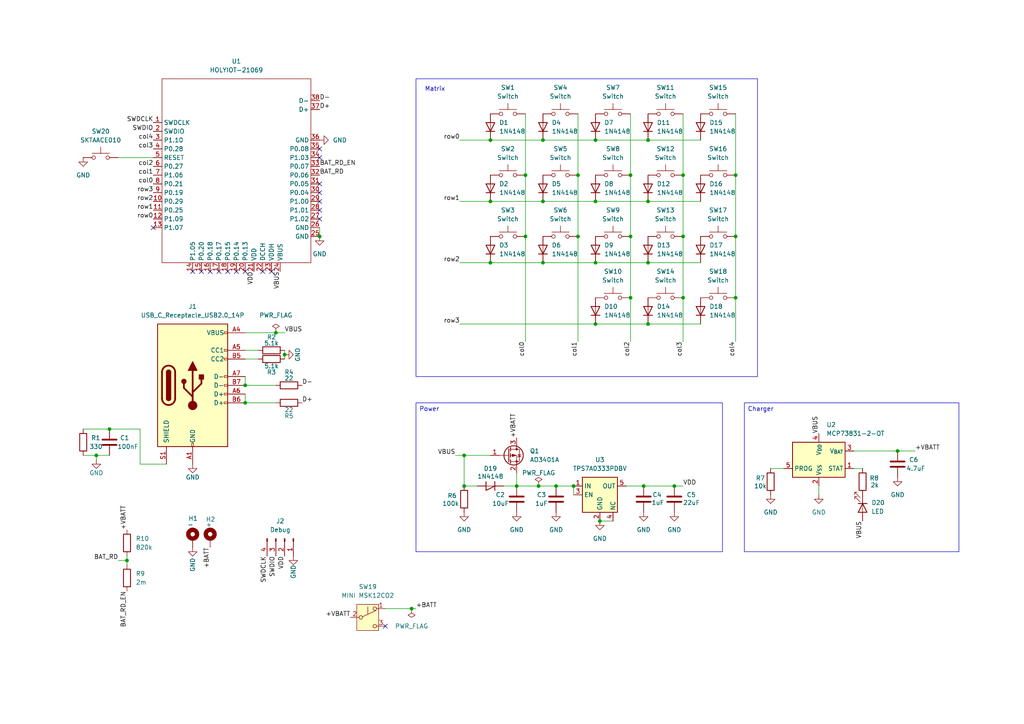
<source format=kicad_sch>
(kicad_sch (version 20231120) (generator "eeschema") (generator_version "8.0")
  (paper "A4")
  (lib_symbols
    (symbol "Battery_Management:MCP73831-2-OT"
      (property "Reference" "U" (at -7.62 6.35 0))
      (property "Value" "MCP73831-2-OT" (at 1.27 6.35 0))
      (symbol "MCP73831-2-OT_0_1"
        (rectangle (start -7.62 5.08) (end 7.62 -5.08) (stroke (width 0.254)) (fill (type background)))
      )
      (symbol "MCP73831-2-OT_1_1"
        (pin tri_state line (at 10.16 -2.54 180) (length 2.54) (name "STAT") (number "1"))
        (pin power_in line (at 0 -7.62 90) (length 2.54) (name "V_{SS}") (number "2"))
        (pin power_out line (at 10.16 2.54 180) (length 2.54) (name "V_{BAT}") (number "3"))
        (pin power_in line (at 0 7.62 270) (length 2.54) (name "V_{DD}") (number "4"))
        (pin input line (at -10.16 -2.54 0) (length 2.54) (name "PROG") (number "5"))
      )
    )
    (symbol "Connector:Conn_01x04_Pin" (pin_names (offset 1.016) hide)
      (property "Reference" "J" (at 0 5.08 0))
      (property "Value" "Conn_01x04_Pin" (at 0 -7.62 0))
      (symbol "Conn_01x04_Pin_1_1"
        (polyline (pts (xy 1.27 -5.08) (xy 0.8636 -5.08)) (stroke (width 0.1524)))
        (polyline (pts (xy 1.27 -2.54) (xy 0.8636 -2.54)) (stroke (width 0.1524)))
        (polyline (pts (xy 1.27 0) (xy 0.8636 0)) (stroke (width 0.1524)))
        (polyline (pts (xy 1.27 2.54) (xy 0.8636 2.54)) (stroke (width 0.1524)))
        (rectangle (start 0.8636 -4.953) (end 0 -5.207) (stroke (width 0.1524)) (fill (type outline)))
        (rectangle (start 0.8636 -2.413) (end 0 -2.667) (stroke (width 0.1524)) (fill (type outline)))
        (rectangle (start 0.8636 0.127) (end 0 -0.127) (stroke (width 0.1524)) (fill (type outline)))
        (rectangle (start 0.8636 2.667) (end 0 2.413) (stroke (width 0.1524)) (fill (type outline)))
        (pin passive line (at 5.08 2.54 180) (length 3.81) (name "Pin_1") (number "1"))
        (pin passive line (at 5.08 0 180) (length 3.81) (name "Pin_2") (number "2"))
        (pin passive line (at 5.08 -2.54 180) (length 3.81) (name "Pin_3") (number "3"))
        (pin passive line (at 5.08 -5.08 180) (length 3.81) (name "Pin_4") (number "4"))
      )
    )
    (symbol "Connector:USB_C_Receptacle_USB2.0_14P" (pin_names (offset 1.016))
      (property "Reference" "J" (at 0 22.225 0))
      (property "Value" "USB_C_Receptacle_USB2.0_14P" (at 0 19.685 0))
      (symbol "USB_C_Receptacle_USB2.0_14P_0_0"
        (rectangle (start -0.254 -17.78) (end 0.254 -16.764))
        (rectangle (start 10.16 -4.826) (end 9.144 -5.334))
        (rectangle (start 10.16 -2.286) (end 9.144 -2.794))
        (rectangle (start 10.16 0.254) (end 9.144 -0.254))
        (rectangle (start 10.16 2.794) (end 9.144 2.286))
        (rectangle (start 10.16 7.874) (end 9.144 7.366))
        (rectangle (start 10.16 10.414) (end 9.144 9.906))
        (rectangle (start 10.16 15.494) (end 9.144 14.986))
      )
      (symbol "USB_C_Receptacle_USB2.0_14P_0_1"
        (rectangle (start -10.16 17.78) (end 10.16 -17.78) (stroke (width 0.254)) (fill (type background)))
        (arc (start -8.89 -3.81) (mid -6.985 -5.7067) (end -5.08 -3.81) (stroke (width 0.508)))
        (arc (start -7.62 -3.81) (mid -6.985 -4.4423) (end -6.35 -3.81) (stroke (width 0.254)))
        (arc (start -7.62 -3.81) (mid -6.985 -4.4423) (end -6.35 -3.81) (stroke (width 0.254)) (fill (type outline)))
        (rectangle (start -7.62 -3.81) (end -6.35 3.81) (stroke (width 0.254)) (fill (type outline)))
        (arc (start -6.35 3.81) (mid -6.985 4.4423) (end -7.62 3.81) (stroke (width 0.254)))
        (arc (start -6.35 3.81) (mid -6.985 4.4423) (end -7.62 3.81) (stroke (width 0.254)) (fill (type outline)))
        (arc (start -5.08 3.81) (mid -6.985 5.7067) (end -8.89 3.81) (stroke (width 0.508)))
        (circle (center -2.54 1.143) (radius 0.635) (stroke (width 0.254)) (fill (type outline)))
        (circle (center 0 -5.842) (radius 1.27) (fill (type outline)))
        (polyline (pts (xy -8.89 -3.81) (xy -8.89 3.81)) (stroke (width 0.508)))
        (polyline (pts (xy -5.08 3.81) (xy -5.08 -3.81)) (stroke (width 0.508)))
        (polyline (pts (xy 0 -5.842) (xy 0 4.318)) (stroke (width 0.508)))
        (polyline (pts (xy 0 -3.302) (xy -2.54 -0.762) (xy -2.54 0.508)) (stroke (width 0.508)))
        (polyline (pts (xy 0 -2.032) (xy 2.54 0.508) (xy 2.54 1.778)) (stroke (width 0.508)))
        (polyline (pts (xy -1.27 4.318) (xy 0 6.858) (xy 1.27 4.318) (xy -1.27 4.318)) (stroke (width 0.254)) (fill (type outline)))
        (rectangle (start 1.905 1.778) (end 3.175 3.048) (stroke (width 0.254)) (fill (type outline)))
      )
      (symbol "USB_C_Receptacle_USB2.0_14P_1_1"
        (pin passive line (at 0 -22.86 90) (length 5.08) (name "GND") (number "A1"))
        (pin passive line (at 0 -22.86 90) (length 5.08) hide (name "GND") (number "A12"))
        (pin passive line (at 15.24 15.24 180) (length 5.08) (name "VBUS") (number "A4"))
        (pin bidirectional line (at 15.24 10.16 180) (length 5.08) (name "CC1") (number "A5"))
        (pin bidirectional line (at 15.24 -2.54 180) (length 5.08) (name "D+") (number "A6"))
        (pin bidirectional line (at 15.24 2.54 180) (length 5.08) (name "D-") (number "A7"))
        (pin passive line (at 15.24 15.24 180) (length 5.08) hide (name "VBUS") (number "A9"))
        (pin passive line (at 0 -22.86 90) (length 5.08) hide (name "GND") (number "B1"))
        (pin passive line (at 0 -22.86 90) (length 5.08) hide (name "GND") (number "B12"))
        (pin passive line (at 15.24 15.24 180) (length 5.08) hide (name "VBUS") (number "B4"))
        (pin bidirectional line (at 15.24 7.62 180) (length 5.08) (name "CC2") (number "B5"))
        (pin bidirectional line (at 15.24 -5.08 180) (length 5.08) (name "D+") (number "B6"))
        (pin bidirectional line (at 15.24 0 180) (length 5.08) (name "D-") (number "B7"))
        (pin passive line (at 15.24 15.24 180) (length 5.08) hide (name "VBUS") (number "B9"))
        (pin passive line (at -7.62 -22.86 90) (length 5.08) (name "SHIELD") (number "S1"))
      )
    )
    (symbol "Device:C" (pin_numbers hide) (pin_names (offset 0.254))
      (property "Reference" "C" (at 0.635 2.54 0))
      (property "Value" "C" (at 0.635 -2.54 0))
      (symbol "C_0_1"
        (polyline (pts (xy -2.032 -0.762) (xy 2.032 -0.762)) (stroke (width 0.508)))
        (polyline (pts (xy -2.032 0.762) (xy 2.032 0.762)) (stroke (width 0.508)))
      )
      (symbol "C_1_1"
        (pin passive line (at 0 3.81 270) (length 2.794) (name "~") (number "1"))
        (pin passive line (at 0 -3.81 90) (length 2.794) (name "~") (number "2"))
      )
    )
    (symbol "Device:D" (pin_numbers hide) (pin_names (offset 1.016) hide)
      (property "Reference" "D" (at 0 2.54 0))
      (property "Value" "D" (at 0 -2.54 0))
      (symbol "D_0_1"
        (polyline (pts (xy -1.27 1.27) (xy -1.27 -1.27)) (stroke (width 0.254)))
        (polyline (pts (xy 1.27 0) (xy -1.27 0)))
        (polyline (pts (xy 1.27 1.27) (xy 1.27 -1.27) (xy -1.27 0) (xy 1.27 1.27)) (stroke (width 0.254)))
      )
      (symbol "D_1_1"
        (pin passive line (at -3.81 0 0) (length 2.54) (name "K") (number "1"))
        (pin passive line (at 3.81 0 180) (length 2.54) (name "A") (number "2"))
      )
    )
    (symbol "Device:D_Shockley" (pin_numbers hide) (pin_names (offset 1.016) hide)
      (property "Reference" "D" (at 0 2.54 0))
      (property "Value" "D_Shockley" (at 0 -2.54 0))
      (symbol "D_Shockley_0_1"
        (polyline (pts (xy -1.27 0) (xy 1.27 0)))
        (polyline (pts (xy -1.27 1.27) (xy -1.27 -1.27)) (stroke (width 0.254)))
        (polyline (pts (xy -1.27 0) (xy 1.27 1.27) (xy 1.27 -1.27)) (stroke (width 0.254)))
      )
      (symbol "D_Shockley_1_1"
        (pin passive line (at -3.81 0 0) (length 2.54) (name "K") (number "1"))
        (pin passive line (at 3.81 0 180) (length 2.54) (name "A") (number "2"))
      )
    )
    (symbol "Device:LED" (pin_numbers hide) (pin_names (offset 1.016) hide)
      (property "Reference" "D" (at 0 2.54 0))
      (property "Value" "LED" (at 0 -2.54 0))
      (symbol "LED_0_1"
        (polyline (pts (xy -1.27 -1.27) (xy -1.27 1.27)) (stroke (width 0.254)))
        (polyline (pts (xy -1.27 0) (xy 1.27 0)))
        (polyline (pts (xy 1.27 -1.27) (xy 1.27 1.27) (xy -1.27 0) (xy 1.27 -1.27)) (stroke (width 0.254)))
        (polyline (pts (xy -3.048 -0.762) (xy -4.572 -2.286) (xy -3.81 -2.286) (xy -4.572 -2.286) (xy -4.572 -1.524)))
        (polyline (pts (xy -1.778 -0.762) (xy -3.302 -2.286) (xy -2.54 -2.286) (xy -3.302 -2.286) (xy -3.302 -1.524)))
      )
      (symbol "LED_1_1"
        (pin passive line (at -3.81 0 0) (length 2.54) (name "K") (number "1"))
        (pin passive line (at 3.81 0 180) (length 2.54) (name "A") (number "2"))
      )
    )
    (symbol "Device:R" (pin_numbers hide) (pin_names (offset 0))
      (property "Reference" "R" (at 2.032 0 90))
      (property "Value" "R" (at 0 0 90))
      (symbol "R_0_1"
        (rectangle (start -1.016 -2.54) (end 1.016 2.54) (stroke (width 0.254)))
      )
      (symbol "R_1_1"
        (pin passive line (at 0 3.81 270) (length 1.27) (name "~") (number "1"))
        (pin passive line (at 0 -3.81 90) (length 1.27) (name "~") (number "2"))
      )
    )
    (symbol "Holyiot-21069-nRF5340:HOLYIOT-21069"
      (property "Reference" "U1" (at 0 24.13 0))
      (property "Value" "HOLYIOT-21069" (at 0 20.955 0))
      (symbol "HOLYIOT-21069_0_1"
        (rectangle (start -21.59 26.67) (end 21.59 -26.67))
      )
      (symbol "HOLYIOT-21069_1_1"
        (pin input line (at -24.13 13.97 0) (length 2.54) (name "SWDCLK") (number "1"))
        (pin input line (at -24.13 -8.89 0) (length 2.54) (name "P0.29") (number "10"))
        (pin input line (at -24.13 -11.43 0) (length 2.54) (name "P0.25") (number "11"))
        (pin input line (at -24.13 -13.97 0) (length 2.54) (name "P1.09") (number "12"))
        (pin input line (at -24.13 -16.51 0) (length 2.54) (name "P1.07") (number "13"))
        (pin input line (at -12.7 -29.21 90) (length 2.54) (name "P1.05") (number "14"))
        (pin input line (at -10.16 -29.21 90) (length 2.54) (name "P0.20") (number "15"))
        (pin input line (at -7.62 -29.21 90) (length 2.54) (name "P0.18") (number "16"))
        (pin input line (at -5.08 -29.21 90) (length 2.54) (name "P0.17") (number "17"))
        (pin input line (at -2.54 -29.21 90) (length 2.54) (name "P0.15") (number "18"))
        (pin input line (at 0 -29.21 90) (length 2.54) (name "P0.14") (number "19"))
        (pin input line (at -24.13 11.43 0) (length 2.54) (name "SWDIO") (number "2"))
        (pin input line (at 2.54 -29.21 90) (length 2.54) (name "P0.13") (number "20"))
        (pin power_in line (at 5.08 -29.21 90) (length 2.54) (name "VDD") (number "21"))
        (pin power_in line (at 7.62 -29.21 90) (length 2.54) (name "DCCH") (number "22"))
        (pin power_in line (at 10.16 -29.21 90) (length 2.54) (name "VDDH") (number "23"))
        (pin power_in line (at 12.7 -29.21 90) (length 2.54) (name "VBUS") (number "24"))
        (pin power_in line (at 24.13 -19.05 180) (length 2.54) (name "GND") (number "25"))
        (pin power_in line (at 24.13 -16.51 180) (length 2.54) (name "GND") (number "26"))
        (pin input line (at 24.13 -13.97 180) (length 2.54) (name "P1.02") (number "27"))
        (pin input line (at 24.13 -11.43 180) (length 2.54) (name "P1.01") (number "28"))
        (pin input line (at 24.13 -8.89 180) (length 2.54) (name "P1.00") (number "29"))
        (pin input line (at -24.13 8.89 0) (length 2.54) (name "P1.10") (number "3"))
        (pin input line (at 24.13 -6.35 180) (length 2.54) (name "P0.04") (number "30"))
        (pin input line (at 24.13 -3.81 180) (length 2.54) (name "P0.05") (number "31"))
        (pin input line (at 24.13 -1.27 180) (length 2.54) (name "P0.06") (number "32"))
        (pin input line (at 24.13 1.27 180) (length 2.54) (name "P0.07") (number "33"))
        (pin input line (at 24.13 3.81 180) (length 2.54) (name "P1.03") (number "34"))
        (pin input line (at 24.13 6.35 180) (length 2.54) (name "P0.08") (number "35"))
        (pin power_in line (at 24.13 8.89 180) (length 2.54) (name "GND") (number "36"))
        (pin input line (at 24.13 17.78 180) (length 2.54) (name "D+") (number "37"))
        (pin input line (at 24.13 20.32 180) (length 2.54) (name "D-") (number "38"))
        (pin input line (at -24.13 6.35 0) (length 2.54) (name "P0.28") (number "4"))
        (pin input line (at -24.13 3.81 0) (length 2.54) (name "RESET") (number "5"))
        (pin input line (at -24.13 1.27 0) (length 2.54) (name "P0.27") (number "6"))
        (pin input line (at -24.13 -1.27 0) (length 2.54) (name "P1.06") (number "7"))
        (pin input line (at -24.13 -3.81 0) (length 2.54) (name "P0.21") (number "8"))
        (pin input line (at -24.13 -6.35 0) (length 2.54) (name "P0.19") (number "9"))
      )
    )
    (symbol "Mechanical:MountingHole_Pad" (pin_numbers hide) (pin_names (offset 1.016) hide)
      (property "Reference" "H" (at 0 6.35 0))
      (property "Value" "MountingHole_Pad" (at 0 4.445 0))
      (symbol "MountingHole_Pad_0_1"
        (circle (center 0 1.27) (radius 1.27) (stroke (width 1.27)))
      )
      (symbol "MountingHole_Pad_1_1"
        (pin input line (at 0 -2.54 90) (length 2.54) (name "1") (number "1"))
      )
    )
    (symbol "Misc:TPS7A0333PDBV"
      (property "Reference" "U" (at -3.81 6.35 0))
      (property "Value" "TPS7A0333PDBV" (at 6.35 6.35 0))
      (symbol "TPS7A0333PDBV_0_1"
        (rectangle (start -5.08 -5.08) (end 5.08 5.08) (stroke (width 0.254)) (fill (type background)))
        (pin power_in line (at -7.62 2.54 0) (length 2.54) (name "IN") (number "1"))
        (pin power_in line (at 0 -7.62 90) (length 2.54) (name "GND") (number "2"))
        (pin input line (at -7.62 0 0) (length 2.54) (name "EN") (number "3"))
        (pin power_out line (at 7.62 2.54 180) (length 2.54) (name "OUT") (number "5"))
      )
      (symbol "TPS7A0333PDBV_1_1"
        (pin power_in line (at 3.81 -7.62 90) (length 2.54) (name "NC") (number "4"))
      )
    )
    (symbol "Switch:SW_Push" (pin_numbers hide) (pin_names (offset 1.016) hide)
      (property "Reference" "SW" (at 1.27 2.54 0))
      (property "Value" "SW_Push" (at 0 -1.524 0))
      (symbol "SW_Push_0_1"
        (circle (center -2.032 0) (radius 0.508))
        (polyline (pts (xy 0 1.27) (xy 0 3.048)))
        (polyline (pts (xy 2.54 1.27) (xy -2.54 1.27)))
        (circle (center 2.032 0) (radius 0.508))
        (pin passive line (at -5.08 0 0) (length 2.54) (name "1") (number "1"))
        (pin passive line (at 5.08 0 180) (length 2.54) (name "2") (number "2"))
      )
    )
    (symbol "Switch:SW_Push_SPDT" (pin_names (offset 0) hide)
      (property "Reference" "SW" (at 0 5.08 0))
      (property "Value" "SW_Push_SPDT" (at 0 -5.08 0))
      (symbol "SW_Push_SPDT_0_0"
        (circle (center -2.032 0) (radius 0.508))
        (polyline (pts (xy 0 1.016) (xy 0 3.048)))
        (circle (center 2.032 -2.54) (radius 0.508))
      )
      (symbol "SW_Push_SPDT_0_1"
        (polyline (pts (xy -1.524 0.2032) (xy 2.3368 1.9812)))
        (circle (center 2.032 2.54) (radius 0.508))
      )
      (symbol "SW_Push_SPDT_1_1"
        (rectangle (start -3.175 3.81) (end 3.175 -3.81) (fill (type background)))
        (pin passive line (at 5.08 2.54 180) (length 2.54) (name "A") (number "1"))
        (pin passive line (at -5.08 0 0) (length 2.54) (name "B") (number "2"))
        (pin passive line (at 5.08 -2.54 180) (length 2.54) (name "C") (number "3"))
      )
    )
    (symbol "Transistor_FET:AO3401A" (pin_names hide)
      (property "Reference" "Q" (at 5.08 1.905 0))
      (property "Value" "AO3401A" (at 5.08 0 0))
      (symbol "AO3401A_0_1"
        (polyline (pts (xy 0.254 0) (xy -2.54 0)))
        (polyline (pts (xy 0.254 1.905) (xy 0.254 -1.905)) (stroke (width 0.254)))
        (polyline (pts (xy 0.762 -1.27) (xy 0.762 -2.286)) (stroke (width 0.254)))
        (polyline (pts (xy 0.762 0.508) (xy 0.762 -0.508)) (stroke (width 0.254)))
        (polyline (pts (xy 0.762 2.286) (xy 0.762 1.27)) (stroke (width 0.254)))
        (polyline (pts (xy 2.54 2.54) (xy 2.54 1.778)))
        (polyline (pts (xy 2.54 -2.54) (xy 2.54 0) (xy 0.762 0)))
        (polyline (pts (xy 0.762 1.778) (xy 3.302 1.778) (xy 3.302 -1.778) (xy 0.762 -1.778)))
        (polyline (pts (xy 2.286 0) (xy 1.27 0.381) (xy 1.27 -0.381) (xy 2.286 0)) (fill (type outline)))
        (polyline (pts (xy 2.794 -0.508) (xy 2.921 -0.381) (xy 3.683 -0.381) (xy 3.81 -0.254)))
        (polyline (pts (xy 3.302 -0.381) (xy 2.921 0.254) (xy 3.683 0.254) (xy 3.302 -0.381)))
        (circle (center 1.651 0) (radius 2.794) (stroke (width 0.254)))
        (circle (center 2.54 -1.778) (radius 0.254) (fill (type outline)))
        (circle (center 2.54 1.778) (radius 0.254) (fill (type outline)))
      )
      (symbol "AO3401A_1_1"
        (pin input line (at -5.08 0 0) (length 2.54) (name "G") (number "1"))
        (pin passive line (at 2.54 -5.08 90) (length 2.54) (name "S") (number "2"))
        (pin passive line (at 2.54 5.08 270) (length 2.54) (name "D") (number "3"))
      )
    )
    (symbol "power:GND" (power) (pin_numbers hide) (pin_names (offset 0) hide)
      (property "Value" "GND" (at 0 -3.81 0))
      (symbol "GND_0_1"
        (polyline (pts (xy 0 0) (xy 0 -1.27) (xy 1.27 -1.27) (xy 0 -2.54) (xy -1.27 -1.27) (xy 0 -1.27)))
      )
      (symbol "GND_1_1"
        (pin power_in line (at 0 0 270) (length 0) (name "~") (number "1"))
      )
    )
    (symbol "power:PWR_FLAG" (power) (pin_numbers hide) (pin_names (offset 0) hide)
      (property "Value" "PWR_FLAG" (at 0 3.81 0))
      (symbol "PWR_FLAG_0_0"
        (pin power_out line (at 0 0 90) (length 0) (name "~") (number "1"))
      )
      (symbol "PWR_FLAG_0_1"
        (polyline (pts (xy 0 0) (xy 0 1.27) (xy -1.016 1.905) (xy 0 2.54) (xy 1.016 1.905) (xy 0 1.27)))
      )
    )
  )
  (junction (at 92.71 68.58))
  (junction (at 161.29 140.97))
  (junction (at 142.24 58.42))
  (junction (at 182.88 68.58))
  (junction (at 27.94 132.08))
  (junction (at 187.96 93.98))
  (junction (at 198.12 86.36))
  (junction (at 172.72 76.2))
  (junction (at 71.12 116.84))
  (junction (at 195.58 140.97))
  (junction (at 167.64 50.8))
  (junction (at 157.48 76.2))
  (junction (at 152.4 50.8))
  (junction (at 172.72 58.42))
  (junction (at 213.36 50.8))
  (junction (at 80.01 96.52))
  (junction (at 186.69 140.97))
  (junction (at 182.88 50.8))
  (junction (at 172.72 93.98))
  (junction (at 134.62 132.08))
  (junction (at 187.96 58.42))
  (junction (at 156.21 140.97))
  (junction (at 172.72 40.64))
  (junction (at 134.62 140.97))
  (junction (at 166.37 140.97))
  (junction (at 152.4 68.58))
  (junction (at 142.24 76.2))
  (junction (at 187.96 76.2))
  (junction (at 198.12 68.58))
  (junction (at 82.55 102.87))
  (junction (at 173.99 151.13))
  (junction (at 149.86 140.97))
  (junction (at 71.12 111.76))
  (junction (at 198.12 50.8))
  (junction (at 182.88 86.36))
  (junction (at 157.48 58.42))
  (junction (at 157.48 40.64))
  (junction (at 187.96 40.64))
  (junction (at 260.35 130.81))
  (junction (at 119.38 176.53))
  (junction (at 31.75 124.46))
  (junction (at 213.36 68.58))
  (junction (at 142.24 40.64))
  (junction (at 213.36 86.36))
  (junction (at 36.83 162.56))
  (junction (at 167.64 68.58))
  (no_connect (at 58.42 78.74))
  (no_connect (at 44.45 66.04))
  (no_connect (at 92.71 63.5))
  (no_connect (at 111.76 181.61))
  (no_connect (at 78.74 78.74))
  (no_connect (at 92.71 60.96))
  (no_connect (at 92.71 58.42))
  (no_connect (at 68.58 78.74))
  (no_connect (at 92.71 43.18))
  (no_connect (at 92.71 53.34))
  (no_connect (at 60.96 78.74))
  (no_connect (at 71.12 78.74))
  (no_connect (at 63.5 78.74))
  (no_connect (at 92.71 45.72))
  (no_connect (at 76.2 78.74))
  (no_connect (at 92.71 55.88))
  (no_connect (at 66.04 78.74))
  (no_connect (at 55.88 78.74))
  (wire (pts (xy 213.36 50.8) (xy 213.36 68.58)))
  (wire (pts (xy 260.35 130.81) (xy 265.43 130.81)))
  (wire (pts (xy 27.94 132.08) (xy 27.94 133.35)))
  (wire (pts (xy 167.64 33.02) (xy 167.64 50.8)))
  (wire (pts (xy 182.88 50.8) (xy 182.88 68.58)))
  (wire (pts (xy 172.72 76.2) (xy 187.96 76.2)))
  (wire (pts (xy 82.55 102.87) (xy 82.55 104.14)))
  (wire (pts (xy 166.37 140.97) (xy 166.37 143.51)))
  (wire (pts (xy 213.36 33.02) (xy 213.36 50.8)))
  (wire (pts (xy 132.08 132.08) (xy 134.62 132.08)))
  (wire (pts (xy 133.35 76.2) (xy 142.24 76.2)))
  (wire (pts (xy 142.24 58.42) (xy 157.48 58.42)))
  (wire (pts (xy 133.35 58.42) (xy 142.24 58.42)))
  (wire (pts (xy 134.62 132.08) (xy 142.24 132.08)))
  (wire (pts (xy 157.48 76.2) (xy 172.72 76.2)))
  (wire (pts (xy 24.13 124.46) (xy 31.75 124.46)))
  (wire (pts (xy 172.72 58.42) (xy 187.96 58.42)))
  (wire (pts (xy 186.69 140.97) (xy 195.58 140.97)))
  (wire (pts (xy 71.12 101.6) (xy 74.93 101.6)))
  (wire (pts (xy 182.88 33.02) (xy 182.88 50.8)))
  (wire (pts (xy 195.58 140.97) (xy 198.12 140.97)))
  (wire (pts (xy 237.49 140.97) (xy 237.49 143.51)))
  (wire (pts (xy 152.4 50.8) (xy 152.4 68.58)))
  (wire (pts (xy 111.76 176.53) (xy 119.38 176.53)))
  (wire (pts (xy 187.96 40.64) (xy 203.2 40.64)))
  (wire (pts (xy 36.83 162.56) (xy 36.83 163.83)))
  (wire (pts (xy 167.64 68.58) (xy 167.64 99.06)))
  (wire (pts (xy 36.83 161.29) (xy 36.83 162.56)))
  (wire (pts (xy 24.13 132.08) (xy 27.94 132.08)))
  (wire (pts (xy 187.96 93.98) (xy 172.72 93.98)))
  (wire (pts (xy 213.36 86.36) (xy 213.36 99.06)))
  (wire (pts (xy 157.48 40.64) (xy 172.72 40.64)))
  (wire (pts (xy 187.96 58.42) (xy 203.2 58.42)))
  (wire (pts (xy 187.96 76.2) (xy 203.2 76.2)))
  (wire (pts (xy 34.29 162.56) (xy 36.83 162.56)))
  (wire (pts (xy 187.96 93.98) (xy 203.2 93.98)))
  (wire (pts (xy 71.12 96.52) (xy 80.01 96.52)))
  (wire (pts (xy 157.48 58.42) (xy 172.72 58.42)))
  (wire (pts (xy 71.12 116.84) (xy 80.01 116.84)))
  (wire (pts (xy 149.86 140.97) (xy 156.21 140.97)))
  (wire (pts (xy 161.29 140.97) (xy 166.37 140.97)))
  (wire (pts (xy 142.24 76.2) (xy 157.48 76.2)))
  (wire (pts (xy 71.12 111.76) (xy 80.01 111.76)))
  (wire (pts (xy 247.65 130.81) (xy 260.35 130.81)))
  (wire (pts (xy 152.4 33.02) (xy 152.4 50.8)))
  (wire (pts (xy 167.64 50.8) (xy 167.64 68.58)))
  (wire (pts (xy 146.05 140.97) (xy 149.86 140.97)))
  (wire (pts (xy 198.12 50.8) (xy 198.12 68.58)))
  (wire (pts (xy 71.12 114.3) (xy 71.12 116.84)))
  (wire (pts (xy 40.64 124.46) (xy 40.64 134.62)))
  (wire (pts (xy 34.29 45.72) (xy 44.45 45.72)))
  (wire (pts (xy 181.61 140.97) (xy 186.69 140.97)))
  (wire (pts (xy 40.64 134.62) (xy 48.26 134.62)))
  (wire (pts (xy 134.62 132.08) (xy 134.62 140.97)))
  (wire (pts (xy 173.99 151.13) (xy 177.8 151.13)))
  (wire (pts (xy 92.71 66.04) (xy 92.71 68.58)))
  (wire (pts (xy 182.88 86.36) (xy 182.88 99.06)))
  (wire (pts (xy 198.12 86.36) (xy 198.12 99.06)))
  (wire (pts (xy 247.65 135.89) (xy 250.19 135.89)))
  (wire (pts (xy 172.72 93.98) (xy 133.35 93.98)))
  (wire (pts (xy 134.62 140.97) (xy 138.43 140.97)))
  (wire (pts (xy 31.75 124.46) (xy 40.64 124.46)))
  (wire (pts (xy 133.35 40.64) (xy 142.24 40.64)))
  (wire (pts (xy 172.72 40.64) (xy 187.96 40.64)))
  (wire (pts (xy 213.36 68.58) (xy 213.36 86.36)))
  (wire (pts (xy 156.21 140.97) (xy 161.29 140.97)))
  (wire (pts (xy 27.94 132.08) (xy 31.75 132.08)))
  (wire (pts (xy 71.12 104.14) (xy 74.93 104.14)))
  (wire (pts (xy 198.12 33.02) (xy 198.12 50.8)))
  (wire (pts (xy 82.55 101.6) (xy 82.55 102.87)))
  (wire (pts (xy 182.88 68.58) (xy 182.88 86.36)))
  (wire (pts (xy 71.12 109.22) (xy 71.12 111.76)))
  (wire (pts (xy 223.52 135.89) (xy 227.33 135.89)))
  (wire (pts (xy 152.4 68.58) (xy 152.4 99.06)))
  (wire (pts (xy 149.86 137.16) (xy 149.86 140.97)))
  (wire (pts (xy 80.01 96.52) (xy 82.55 96.52)))
  (wire (pts (xy 142.24 40.64) (xy 157.48 40.64)))
  (wire (pts (xy 119.38 176.53) (xy 120.65 176.53)))
  (wire (pts (xy 198.12 68.58) (xy 198.12 86.36)))
  (rectangle (start 120.65 22.86) (end 219.71 109.22))
  (text_box "Power\n" (at 120.65 116.84 0) (size 88.9 43.18) (effects (font (size 1.27 1.27)) (justify left top)))
  (text_box "Charger" (at 215.9 116.84 0) (size 62.23 43.18) (effects (font (size 1.27 1.27)) (justify left top)))
  (text "Matrix" (at 123.19 26.67 0) (effects (font (size 1.27 1.27)) (justify left bottom)))
  (label "col0" (at 44.45 53.34 180))
  (label "row0" (at 133.35 40.64 180))
  (label "VDD" (at 82.55 161.29 270))
  (label "row0" (at 44.45 63.5 180))
  (label "col1" (at 167.64 99.06 270))
  (label "col2" (at 44.45 48.26 180))
  (label "row2" (at 44.45 58.42 180))
  (label "D+" (at 87.63 116.84 0))
  (label "row3" (at 133.35 93.98 180))
  (label "col4" (at 213.36 99.06 270))
  (label "D+" (at 92.71 31.75 0))
  (label "VBUS" (at 81.28 78.74 270))
  (label "col3" (at 44.45 43.18 180))
  (label "row2" (at 133.35 76.2 180))
  (label "row1" (at 44.45 60.96 180))
  (label "+BATT" (at 60.96 158.75 270))
  (label "VBUS" (at 250.19 151.13 270))
  (label "BAT_RD_EN" (at 92.71 48.26 0))
  (label "SWDCLK" (at 77.47 161.29 270))
  (label "+BATT" (at 120.65 176.53 0))
  (label "+VBATT" (at 101.6 179.07 180))
  (label "+VBATT" (at 149.86 127 90))
  (label "col3" (at 198.12 99.06 270))
  (label "SWDCLK" (at 44.45 35.56 180))
  (label "VDD" (at 198.12 140.97 0))
  (label "D-" (at 92.71 29.21 0))
  (label "+VBATT" (at 265.43 130.81 0))
  (label "VDD" (at 73.66 78.74 270))
  (label "col1" (at 44.45 50.8 180))
  (label "col2" (at 182.88 99.06 270))
  (label "BAT_RD_EN" (at 36.83 171.45 270))
  (label "row1" (at 133.35 58.42 180))
  (label "VBUS" (at 237.49 125.73 90))
  (label "row3" (at 44.45 55.88 180))
  (label "SWDIO" (at 80.01 161.29 270))
  (label "VBUS" (at 132.08 132.08 180))
  (label "BAT_RD" (at 92.71 50.8 0))
  (label "+VBATT" (at 36.83 153.67 90))
  (label "VBUS" (at 82.55 96.52 0))
  (label "SWDIO" (at 44.45 38.1 180))
  (label "BAT_RD" (at 34.29 162.56 180))
  (label "col0" (at 152.4 99.06 270))
  (label "col4" (at 44.45 40.64 180))
  (label "D-" (at 87.63 111.76 0))
  (symbol (lib_id "power:GND") (at 92.71 40.64 90) (unit 1)
    (property "Reference" "#PWR021" (effects (hide yes)))
    (property "Value" "GND" (at 96.52 40.6399 90) (effects (justify right)))
    (property "Description" "Power symbol creates a global label with name \"GND\" , ground" (effects (hide yes)))
  )
  (symbol (lib_id "Device:D") (at 142.24 36.83 90) (unit 1)
    (property "Reference" "D1" (at 144.78 35.5599 90) (effects (justify right)))
    (property "Value" "1N4148" (at 144.78 38.0999 90) (effects (justify right)))
    (property "Footprint" "Diode_SMD:D_SOD-323" (effects (hide yes)))
    (property "Sim.Device" "D" (effects (hide yes)))
    (property "Sim.Pins" "1=K 2=A" (effects (hide yes)))
  )
  (symbol (lib_id "Device:D") (at 203.2 54.61 90) (unit 1)
    (property "Reference" "D16" (at 205.74 53.3399 90) (effects (justify right)))
    (property "Value" "1N4148" (at 205.74 55.8799 90) (effects (justify right)))
    (property "Footprint" "Diode_SMD:D_SOD-323" (effects (hide yes)))
    (property "Sim.Device" "D" (effects (hide yes)))
    (property "Sim.Pins" "1=K 2=A" (effects (hide yes)))
  )
  (symbol (lib_id "Switch:SW_Push") (at 193.04 50.8 0) (unit 1) (exclude_from_sim yes) (in_bom no)
    (property "Reference" "SW12" (at 193.04 43.18 0))
    (property "Value" "Switch" (at 193.04 45.72 0))
    (property "Footprint" "sw_keyboard_switches:SW_Hotswap_Kailh_Choc_V1_1.00u" (effects (hide yes)))
  )
  (symbol (lib_id "Device:D") (at 172.72 90.17 90) (unit 1)
    (property "Reference" "D10" (at 175.26 88.8999 90) (effects (justify right)))
    (property "Value" "1N4148" (at 175.26 91.4399 90) (effects (justify right)))
    (property "Footprint" "Diode_SMD:D_SOD-323" (effects (hide yes)))
    (property "Sim.Device" "D" (effects (hide yes)))
    (property "Sim.Pins" "1=K 2=A" (effects (hide yes)))
  )
  (symbol (lib_id "Device:R") (at 78.74 104.14 270) (unit 1)
    (property "Reference" "R3" (at 78.74 107.95 90))
    (property "Value" "5.1k" (at 78.74 106.172 90))
    (property "Footprint" "Resistor_SMD:R_0402_1005Metric" (effects (hide yes)))
    (property "Description" "Resistor" (effects (hide yes)))
  )
  (symbol (lib_id "Device:C") (at 260.35 134.62 0) (unit 1)
    (property "Reference" "C6" (at 263.652 133.35 0) (effects (justify left)))
    (property "Value" "4.7uF" (at 262.89 135.89 0) (effects (justify left)))
    (property "Footprint" "Capacitor_SMD:C_0603_1608Metric" (effects (hide yes)))
    (property "Description" "Unpolarized capacitor" (effects (hide yes)))
  )
  (symbol (lib_id "power:GND") (at 27.94 133.35 0) (unit 1)
    (property "Reference" "#PWR01" (effects (hide yes)))
    (property "Value" "GND" (at 27.94 137.16 0))
    (property "Description" "Power symbol creates a global label with name \"GND\" , ground" (effects (hide yes)))
  )
  (symbol (lib_id "power:GND") (at 173.99 151.13 0) (unit 1)
    (property "Reference" "#PWR010" (effects (hide yes)))
    (property "Value" "GND" (at 173.99 156.21 0))
    (property "Description" "Power symbol creates a global label with name \"GND\" , ground" (effects (hide yes)))
  )
  (symbol (lib_id "Device:D") (at 157.48 36.83 90) (unit 1)
    (property "Reference" "D4" (at 160.02 35.5599 90) (effects (justify right)))
    (property "Value" "1N4148" (at 160.02 38.0999 90) (effects (justify right)))
    (property "Footprint" "Diode_SMD:D_SOD-323" (effects (hide yes)))
    (property "Sim.Device" "D" (effects (hide yes)))
    (property "Sim.Pins" "1=K 2=A" (effects (hide yes)))
  )
  (symbol (lib_id "Device:R") (at 24.13 128.27 0) (unit 1)
    (property "Reference" "R1" (at 26.416 127 0) (effects (justify left)))
    (property "Value" "330" (at 25.908 129.54 0) (effects (justify left)))
    (property "Footprint" "Resistor_SMD:R_0402_1005Metric" (effects (hide yes)))
    (property "Description" "Resistor" (effects (hide yes)))
  )
  (symbol (lib_id "power:GND") (at 186.69 148.59 0) (unit 1)
    (property "Reference" "#PWR011" (effects (hide yes)))
    (property "Value" "GND" (at 186.69 153.67 0))
    (property "Description" "Power symbol creates a global label with name \"GND\" , ground" (effects (hide yes)))
  )
  (symbol (lib_id "Device:C") (at 149.86 144.78 0) (unit 1)
    (property "Reference" "C2" (at 143.764 143.51 0) (effects (justify left)))
    (property "Value" "10uF" (at 142.748 146.05 0) (effects (justify left)))
    (property "Footprint" "Capacitor_SMD:C_0603_1608Metric" (effects (hide yes)))
    (property "Description" "Unpolarized capacitor" (effects (hide yes)))
  )
  (symbol (lib_id "power:GND") (at 55.88 158.75 0) (unit 1)
    (property "Reference" "#PWR025" (effects (hide yes)))
    (property "Value" "GND" (at 55.88 163.83 90))
    (property "Description" "Power symbol creates a global label with name \"GND\" , ground" (effects (hide yes)))
  )
  (symbol (lib_id "power:GND") (at 223.52 143.51 0) (unit 1)
    (property "Reference" "#PWR014" (effects (hide yes)))
    (property "Value" "GND" (at 223.52 148.59 0))
    (property "Description" "Power symbol creates a global label with name \"GND\" , ground" (effects (hide yes)))
  )
  (symbol (lib_id "Device:R") (at 223.52 139.7 0) (unit 1)
    (property "Reference" "R7" (at 219.202 138.684 0) (effects (justify left)))
    (property "Value" "10k" (at 218.694 140.97 0) (effects (justify left)))
    (property "Footprint" "Resistor_SMD:R_0603_1608Metric" (effects (hide yes)))
    (property "Description" "Resistor" (effects (hide yes)))
  )
  (symbol (lib_id "Device:D") (at 157.48 54.61 90) (unit 1)
    (property "Reference" "D5" (at 160.02 53.3399 90) (effects (justify right)))
    (property "Value" "1N4148" (at 160.02 55.8799 90) (effects (justify right)))
    (property "Footprint" "Diode_SMD:D_SOD-323" (effects (hide yes)))
    (property "Sim.Device" "D" (effects (hide yes)))
    (property "Sim.Pins" "1=K 2=A" (effects (hide yes)))
  )
  (symbol (lib_id "Connector:USB_C_Receptacle_USB2.0_14P") (at 55.88 111.76 0) (unit 1)
    (property "Reference" "J1" (at 55.88 88.9 0))
    (property "Value" "USB_C_Receptacle_USB2.0_14P" (at 55.88 91.44 0))
    (property "Footprint" "USB-C-C168688:USB-C-C168688" (effects (hide yes)))
    (property "Datasheet" "https://www.usb.org/sites/default/files/documents/usb_type-c.zip" (effects (hide yes)))
    (property "Description" "USB 2.0-only 14P Type-C Receptacle connector" (effects (hide yes)))
  )
  (symbol (lib_id "Mechanical:MountingHole_Pad") (at 60.96 156.21 0) (unit 1) (in_bom no)
    (property "Reference" "H2" (at 59.69 150.622 0) (effects (justify left)))
    (property "Value" "+" (at 59.69 152.146 0) (effects (justify left)))
    (property "Footprint" "Misc:BatterySolderPad" (effects (hide yes)))
    (property "Description" "Mounting Hole with connection" (effects (hide yes)))
  )
  (symbol (lib_id "power:GND") (at 92.71 68.58 0) (unit 1)
    (property "Reference" "#PWR022" (effects (hide yes)))
    (property "Value" "GND" (at 92.71 73.66 0))
    (property "Description" "Power symbol creates a global label with name \"GND\" , ground" (effects (hide yes)))
  )
  (symbol (lib_id "Switch:SW_Push") (at 208.28 33.02 0) (unit 1) (exclude_from_sim yes) (in_bom no)
    (property "Reference" "SW15" (at 208.28 25.4 0))
    (property "Value" "Switch" (at 208.28 27.94 0))
    (property "Footprint" "sw_keyboard_switches:SW_Hotswap_Kailh_Choc_V1_1.00u" (effects (hide yes)))
  )
  (symbol (lib_id "Device:D") (at 203.2 72.39 90) (unit 1)
    (property "Reference" "D17" (at 205.74 71.1199 90) (effects (justify right)))
    (property "Value" "1N4148" (at 205.74 73.6599 90) (effects (justify right)))
    (property "Footprint" "Diode_SMD:D_SOD-323" (effects (hide yes)))
    (property "Sim.Device" "D" (effects (hide yes)))
    (property "Sim.Pins" "1=K 2=A" (effects (hide yes)))
  )
  (symbol (lib_id "Switch:SW_Push") (at 147.32 50.8 0) (unit 1) (exclude_from_sim yes) (in_bom no)
    (property "Reference" "SW2" (at 147.32 43.18 0))
    (property "Value" "Switch" (at 147.32 45.72 0))
    (property "Footprint" "sw_keyboard_switches:SW_Hotswap_Kailh_Choc_V1_1.00u" (effects (hide yes)))
  )
  (symbol (lib_id "Switch:SW_Push") (at 208.28 86.36 0) (unit 1) (exclude_from_sim yes) (in_bom no)
    (property "Reference" "SW18" (at 208.28 78.74 0))
    (property "Value" "Switch" (at 208.28 81.28 0))
    (property "Footprint" "sw_keyboard_switches:SW_Hotswap_Kailh_Choc_V1_1.00u" (effects (hide yes)))
  )
  (symbol (lib_id "power:GND") (at 134.62 148.59 0) (unit 1)
    (property "Reference" "#PWR06" (effects (hide yes)))
    (property "Value" "GND" (at 134.62 153.67 0))
    (property "Description" "Power symbol creates a global label with name \"GND\" , ground" (effects (hide yes)))
  )
  (symbol (lib_id "Switch:SW_Push") (at 147.32 33.02 0) (unit 1) (exclude_from_sim yes) (in_bom no)
    (property "Reference" "SW1" (at 147.32 25.4 0))
    (property "Value" "Switch" (at 147.32 27.94 0))
    (property "Footprint" "sw_keyboard_switches:SW_Hotswap_Kailh_Choc_V1_1.00u" (effects (hide yes)))
  )
  (symbol (lib_id "power:GND") (at 55.88 134.62 0) (unit 1)
    (property "Reference" "#PWR02" (effects (hide yes)))
    (property "Value" "GND" (at 55.88 138.43 0))
    (property "Description" "Power symbol creates a global label with name \"GND\" , ground" (effects (hide yes)))
  )
  (symbol (lib_id "Device:D") (at 187.96 36.83 90) (unit 1)
    (property "Reference" "D11" (at 190.5 35.5599 90) (effects (justify right)))
    (property "Value" "1N4148" (at 190.5 38.0999 90) (effects (justify right)))
    (property "Footprint" "Diode_SMD:D_SOD-323" (effects (hide yes)))
    (property "Sim.Device" "D" (effects (hide yes)))
    (property "Sim.Pins" "1=K 2=A" (effects (hide yes)))
  )
  (symbol (lib_id "Switch:SW_Push") (at 177.8 50.8 0) (unit 1) (exclude_from_sim yes) (in_bom no)
    (property "Reference" "SW8" (at 177.8 43.18 0))
    (property "Value" "Switch" (at 177.8 45.72 0))
    (property "Footprint" "sw_keyboard_switches:SW_Hotswap_Kailh_Choc_V1_1.00u" (effects (hide yes)))
  )
  (symbol (lib_id "power:PWR_FLAG") (at 156.21 140.97 0) (unit 1)
    (property "Reference" "#FLG01" (effects (hide yes)))
    (property "Value" "PWR_FLAG" (at 156.21 137.16 0))
    (property "Description" "Special symbol for telling ERC where power comes from" (effects (hide yes)))
  )
  (symbol (lib_id "Device:R") (at 78.74 101.6 90) (unit 1)
    (property "Reference" "R2" (at 78.74 97.79 90))
    (property "Value" "5.1k" (at 78.74 99.568 90))
    (property "Footprint" "Resistor_SMD:R_0402_1005Metric" (effects (hide yes)))
    (property "Description" "Resistor" (effects (hide yes)))
  )
  (symbol (lib_id "Device:D") (at 203.2 90.17 90) (unit 1)
    (property "Reference" "D18" (at 205.74 88.8999 90) (effects (justify right)))
    (property "Value" "1N4148" (at 205.74 91.4399 90) (effects (justify right)))
    (property "Footprint" "Diode_SMD:D_SOD-323" (effects (hide yes)))
    (property "Sim.Device" "D" (effects (hide yes)))
    (property "Sim.Pins" "1=K 2=A" (effects (hide yes)))
  )
  (symbol (lib_id "Device:D") (at 172.72 54.61 90) (unit 1)
    (property "Reference" "D8" (at 175.26 53.3399 90) (effects (justify right)))
    (property "Value" "1N4148" (at 175.26 55.8799 90) (effects (justify right)))
    (property "Footprint" "Diode_SMD:D_SOD-323" (effects (hide yes)))
    (property "Sim.Device" "D" (effects (hide yes)))
    (property "Sim.Pins" "1=K 2=A" (effects (hide yes)))
  )
  (symbol (lib_id "Device:D_Shockley") (at 142.24 140.97 180) (unit 1)
    (property "Reference" "D19" (at 142.24 135.89 0))
    (property "Value" "1N4148" (at 142.24 138.176 0))
    (property "Footprint" "Diode_SMD:D_SOD-323" (effects (hide yes)))
    (property "Description" "Shockley (PNPN) diode" (effects (hide yes)))
  )
  (symbol (lib_id "Switch:SW_Push") (at 193.04 86.36 0) (unit 1) (exclude_from_sim yes) (in_bom no)
    (property "Reference" "SW14" (at 193.04 78.74 0))
    (property "Value" "Switch" (at 193.04 81.28 0))
    (property "Footprint" "sw_keyboard_switches:SW_Hotswap_Kailh_Choc_V1_1.00u" (effects (hide yes)))
  )
  (symbol (lib_id "Device:C") (at 31.75 128.27 0) (unit 1)
    (property "Reference" "C1" (at 34.798 127 0) (effects (justify left)))
    (property "Value" "100nF" (at 34.036 129.54 0) (effects (justify left)))
    (property "Footprint" "Capacitor_SMD:C_0402_1005Metric" (effects (hide yes)))
    (property "Description" "Unpolarized capacitor" (effects (hide yes)))
  )
  (symbol (lib_id "Switch:SW_Push") (at 162.56 50.8 0) (unit 1) (exclude_from_sim yes) (in_bom no)
    (property "Reference" "SW5" (at 162.56 43.18 0))
    (property "Value" "Switch" (at 162.56 45.72 0))
    (property "Footprint" "sw_keyboard_switches:SW_Hotswap_Kailh_Choc_V1_1.00u" (effects (hide yes)))
  )
  (symbol (lib_id "Switch:SW_Push") (at 208.28 68.58 0) (unit 1) (exclude_from_sim yes) (in_bom no)
    (property "Reference" "SW17" (at 208.28 60.96 0))
    (property "Value" "Switch" (at 208.28 63.5 0))
    (property "Footprint" "sw_keyboard_switches:SW_Hotswap_Kailh_Choc_V1_1.00u" (effects (hide yes)))
  )
  (symbol (lib_id "Holyiot-21069-nRF5340:HOLYIOT-21069") (at 68.58 49.53 0) (unit 1) (in_bom no)
    (property "Reference" "U1" (at 68.58 17.78 0))
    (property "Value" "HOLYIOT-21069" (at 68.58 20.32 0))
    (property "Footprint" "HOLYIOT21069:Holyiot-21069-nRF5340" (effects (hide yes)))
  )
  (symbol (lib_id "Device:D") (at 157.48 72.39 90) (unit 1)
    (property "Reference" "D6" (at 160.02 71.1199 90) (effects (justify right)))
    (property "Value" "1N4148" (at 160.02 73.6599 90) (effects (justify right)))
    (property "Footprint" "Diode_SMD:D_SOD-323" (effects (hide yes)))
    (property "Sim.Device" "D" (effects (hide yes)))
    (property "Sim.Pins" "1=K 2=A" (effects (hide yes)))
  )
  (symbol (lib_id "Switch:SW_Push") (at 177.8 86.36 0) (unit 1) (exclude_from_sim yes) (in_bom no)
    (property "Reference" "SW10" (at 177.8 78.74 0))
    (property "Value" "Switch" (at 177.8 81.28 0))
    (property "Footprint" "sw_keyboard_switches:SW_Hotswap_Kailh_Choc_V1_1.00u" (effects (hide yes)))
  )
  (symbol (lib_id "power:GND") (at 260.35 138.43 0) (unit 1)
    (property "Reference" "#PWR018" (effects (hide yes)))
    (property "Value" "GND" (at 260.35 143.51 0))
    (property "Description" "Power symbol creates a global label with name \"GND\" , ground" (effects (hide yes)))
  )
  (symbol (lib_id "Device:D") (at 187.96 54.61 90) (unit 1)
    (property "Reference" "D12" (at 190.5 53.3399 90) (effects (justify right)))
    (property "Value" "1N4148" (at 190.5 55.8799 90) (effects (justify right)))
    (property "Footprint" "Diode_SMD:D_SOD-323" (effects (hide yes)))
    (property "Sim.Device" "D" (effects (hide yes)))
    (property "Sim.Pins" "1=K 2=A" (effects (hide yes)))
  )
  (symbol (lib_id "Transistor_FET:AO3401A") (at 147.32 132.08 0) (unit 1)
    (property "Reference" "Q1" (at 153.67 130.8099 0) (effects (justify left)))
    (property "Value" "AO3401A" (at 153.67 133.3499 0) (effects (justify left)))
    (property "Footprint" "Package_TO_SOT_SMD:SOT-23" (effects (hide yes)))
    (property "Datasheet" "http://www.aosmd.com/pdfs/datasheet/AO3401A.pdf" (effects (hide yes)))
    (property "Description" "-4.0A Id, -30V Vds, P-Channel MOSFET, SOT-23" (effects (hide yes)))
  )
  (symbol (lib_id "Switch:SW_Push") (at 29.21 45.72 0) (unit 1)
    (property "Reference" "SW20" (at 29.21 38.1 0))
    (property "Value" "SKTAACE010" (at 29.21 40.64 0))
    (property "Footprint" "BUTTON_SWITCH_EVPBB4A9B000:SKTAACE010" (effects (hide yes)))
    (property "Datasheet" "https://wmsc.lcsc.com/wmsc/upload/file/pdf/v2/lcsc/1912111437_ALPSALPINE-SKTAACE010_C358621.pdf" (effects (hide yes)))
    (property "Description" "Push button switch, generic, two pins" (effects (hide yes)))
  )
  (symbol (lib_id "Switch:SW_Push") (at 147.32 68.58 0) (unit 1) (exclude_from_sim yes) (in_bom no)
    (property "Reference" "SW3" (at 147.32 60.96 0))
    (property "Value" "Switch" (at 147.32 63.5 0))
    (property "Footprint" "sw_keyboard_switches:SW_Hotswap_Kailh_Choc_V1_1.00u" (effects (hide yes)))
  )
  (symbol (lib_id "Device:D") (at 142.24 54.61 90) (unit 1)
    (property "Reference" "D2" (at 144.78 53.3399 90) (effects (justify right)))
    (property "Value" "1N4148" (at 144.78 55.8799 90) (effects (justify right)))
    (property "Footprint" "Diode_SMD:D_SOD-323" (effects (hide yes)))
    (property "Sim.Device" "D" (effects (hide yes)))
    (property "Sim.Pins" "1=K 2=A" (effects (hide yes)))
  )
  (symbol (lib_id "Device:R") (at 83.82 111.76 90) (unit 1)
    (property "Reference" "R4" (at 83.82 107.95 90))
    (property "Value" "22" (at 83.82 109.728 90))
    (property "Footprint" "Resistor_SMD:R_0402_1005Metric" (effects (hide yes)))
    (property "Description" "Resistor" (effects (hide yes)))
  )
  (symbol (lib_id "Device:D") (at 142.24 72.39 90) (unit 1)
    (property "Reference" "D3" (at 144.78 71.1199 90) (effects (justify right)))
    (property "Value" "1N4148" (at 144.78 73.6599 90) (effects (justify right)))
    (property "Footprint" "Diode_SMD:D_SOD-323" (effects (hide yes)))
    (property "Sim.Device" "D" (effects (hide yes)))
    (property "Sim.Pins" "1=K 2=A" (effects (hide yes)))
  )
  (symbol (lib_id "Connector:Conn_01x04_Pin") (at 82.55 156.21 270) (unit 1) (in_bom no)
    (property "Reference" "J2" (at 81.28 151.13 90))
    (property "Value" "Debug" (at 81.28 153.67 90))
    (property "Footprint" "Connector_PinHeader_2.00mm:PinHeader_1x04_P2.00mm_Vertical" (effects (hide yes)))
    (property "Description" "Generic connector, single row, 01x04, script generated" (effects (hide yes)))
  )
  (symbol (lib_id "Switch:SW_Push") (at 177.8 68.58 0) (unit 1) (exclude_from_sim yes) (in_bom no)
    (property "Reference" "SW9" (at 177.8 60.96 0))
    (property "Value" "Switch" (at 177.8 63.5 0))
    (property "Footprint" "sw_keyboard_switches:SW_Hotswap_Kailh_Choc_V1_1.00u" (effects (hide yes)))
  )
  (symbol (lib_id "Device:C") (at 161.29 144.78 0) (unit 1)
    (property "Reference" "C3" (at 155.702 143.51 0) (effects (justify left)))
    (property "Value" "1uF" (at 155.194 146.05 0) (effects (justify left)))
    (property "Footprint" "Capacitor_SMD:C_0603_1608Metric" (effects (hide yes)))
    (property "Description" "Unpolarized capacitor" (effects (hide yes)))
  )
  (symbol (lib_id "power:GND") (at 195.58 148.59 0) (unit 1)
    (property "Reference" "#PWR012" (effects (hide yes)))
    (property "Value" "GND" (at 195.58 153.67 0))
    (property "Description" "Power symbol creates a global label with name \"GND\" , ground" (effects (hide yes)))
  )
  (symbol (lib_id "power:GND") (at 161.29 148.59 0) (unit 1)
    (property "Reference" "#PWR09" (effects (hide yes)))
    (property "Value" "GND" (at 161.29 153.67 0))
    (property "Description" "Power symbol creates a global label with name \"GND\" , ground" (effects (hide yes)))
  )
  (symbol (lib_id "Device:C") (at 186.69 144.78 0) (unit 1)
    (property "Reference" "C4" (at 189.23 143.51 0) (effects (justify left)))
    (property "Value" "1uF" (at 188.976 145.796 0) (effects (justify left)))
    (property "Footprint" "Capacitor_SMD:C_0603_1608Metric" (effects (hide yes)))
    (property "Description" "Unpolarized capacitor" (effects (hide yes)))
  )
  (symbol (lib_id "Device:R") (at 250.19 139.7 0) (unit 1)
    (property "Reference" "R8" (at 252.222 138.684 0) (effects (justify left)))
    (property "Value" "2k" (at 252.476 140.716 0) (effects (justify left)))
    (property "Footprint" "Resistor_SMD:R_0603_1608Metric" (effects (hide yes)))
    (property "Description" "Resistor" (effects (hide yes)))
  )
  (symbol (lib_id "Device:D") (at 187.96 72.39 90) (unit 1)
    (property "Reference" "D13" (at 190.5 71.1199 90) (effects (justify right)))
    (property "Value" "1N4148" (at 190.5 73.6599 90) (effects (justify right)))
    (property "Footprint" "Diode_SMD:D_SOD-323" (effects (hide yes)))
    (property "Sim.Device" "D" (effects (hide yes)))
    (property "Sim.Pins" "1=K 2=A" (effects (hide yes)))
  )
  (symbol (lib_id "Device:D") (at 172.72 36.83 90) (unit 1)
    (property "Reference" "D7" (at 175.26 35.5599 90) (effects (justify right)))
    (property "Value" "1N4148" (at 175.26 38.0999 90) (effects (justify right)))
    (property "Footprint" "Diode_SMD:D_SOD-323" (effects (hide yes)))
    (property "Sim.Device" "D" (effects (hide yes)))
    (property "Sim.Pins" "1=K 2=A" (effects (hide yes)))
  )
  (symbol (lib_id "Battery_Management:MCP73831-2-OT") (at 237.49 133.35 0) (unit 1)
    (property "Reference" "U2" (at 239.6841 123.19 0) (effects (justify left)))
    (property "Value" "MCP73831-2-OT" (at 239.6841 125.73 0) (effects (justify left)))
    (property "Footprint" "Package_TO_SOT_SMD:SOT-23-5" (effects (hide yes)))
    (property "Datasheet" "http://ww1.microchip.com/downloads/en/DeviceDoc/20001984g.pdf" (effects (hide yes)))
    (property "Description" "Single cell, Li-Ion/Li-Po charge management controller, 4.20V, Tri-State Status Output, in SOT23-5 package" (effects (hide yes)))
  )
  (symbol (lib_id "Switch:SW_Push") (at 162.56 68.58 0) (unit 1) (exclude_from_sim yes) (in_bom no)
    (property "Reference" "SW6" (at 162.56 60.96 0))
    (property "Value" "Switch" (at 162.56 63.5 0))
    (property "Footprint" "sw_keyboard_switches:SW_Hotswap_Kailh_Choc_V1_1.00u" (effects (hide yes)))
  )
  (symbol (lib_id "Device:R") (at 134.62 144.78 0) (unit 1)
    (property "Reference" "R6" (at 129.794 143.764 0) (effects (justify left)))
    (property "Value" "100k" (at 128.27 146.05 0) (effects (justify left)))
    (property "Footprint" "Resistor_SMD:R_0603_1608Metric" (effects (hide yes)))
    (property "Description" "Resistor" (effects (hide yes)))
  )
  (symbol (lib_id "Device:R") (at 83.82 116.84 270) (unit 1)
    (property "Reference" "R5" (at 83.82 120.65 90))
    (property "Value" "22" (at 83.82 118.872 90))
    (property "Footprint" "Resistor_SMD:R_0402_1005Metric" (effects (hide yes)))
    (property "Description" "Resistor" (effects (hide yes)))
  )
  (symbol (lib_id "Switch:SW_Push") (at 177.8 33.02 0) (unit 1) (exclude_from_sim yes) (in_bom no)
    (property "Reference" "SW7" (at 177.8 25.4 0))
    (property "Value" "Switch" (at 177.8 27.94 0))
    (property "Footprint" "sw_keyboard_switches:SW_Hotswap_Kailh_Choc_V1_1.00u" (effects (hide yes)))
  )
  (symbol (lib_id "power:GND") (at 85.09 161.29 0) (unit 1)
    (property "Reference" "#PWR030" (effects (hide yes)))
    (property "Value" "GND" (at 85.09 165.862 90))
    (property "Description" "Power symbol creates a global label with name \"GND\" , ground" (effects (hide yes)))
  )
  (symbol (lib_id "Switch:SW_Push") (at 162.56 33.02 0) (unit 1) (exclude_from_sim yes) (in_bom no)
    (property "Reference" "SW4" (at 162.56 25.4 0))
    (property "Value" "Switch" (at 162.56 27.94 0))
    (property "Footprint" "sw_keyboard_switches:SW_Hotswap_Kailh_Choc_V1_1.00u" (effects (hide yes)))
  )
  (symbol (lib_id "Switch:SW_Push") (at 193.04 68.58 0) (unit 1) (exclude_from_sim yes) (in_bom no)
    (property "Reference" "SW13" (at 193.04 60.96 0))
    (property "Value" "Switch" (at 193.04 63.5 0))
    (property "Footprint" "sw_keyboard_switches:SW_Hotswap_Kailh_Choc_V1_1.00u" (effects (hide yes)))
  )
  (symbol (lib_id "Device:C") (at 195.58 144.78 0) (unit 1)
    (property "Reference" "C5" (at 199.136 143.51 0) (effects (justify left)))
    (property "Value" "22uF" (at 198.12 145.796 0) (effects (justify left)))
    (property "Footprint" "Capacitor_SMD:C_0603_1608Metric" (effects (hide yes)))
    (property "Description" "Unpolarized capacitor" (effects (hide yes)))
  )
  (symbol (lib_id "Switch:SW_Push") (at 208.28 50.8 0) (unit 1) (exclude_from_sim yes) (in_bom no)
    (property "Reference" "SW16" (at 208.28 43.18 0))
    (property "Value" "Switch" (at 208.28 45.72 0))
    (property "Footprint" "sw_keyboard_switches:SW_Hotswap_Kailh_Choc_V1_1.00u" (effects (hide yes)))
  )
  (symbol (lib_id "Device:R") (at 36.83 157.48 0) (unit 1)
    (property "Reference" "R10" (at 39.37 156.2099 0) (effects (justify left)))
    (property "Value" "820k" (at 39.37 158.7499 0) (effects (justify left)))
    (property "Footprint" "Resistor_SMD:R_0402_1005Metric" (effects (hide yes)))
    (property "Description" "Resistor" (effects (hide yes)))
  )
  (symbol (lib_id "power:GND") (at 82.55 102.87 90) (unit 1)
    (property "Reference" "#PWR04" (effects (hide yes)))
    (property "Value" "GND" (at 86.36 102.87 0))
    (property "Description" "Power symbol creates a global label with name \"GND\" , ground" (effects (hide yes)))
  )
  (symbol (lib_id "power:GND") (at 24.13 45.72 0) (unit 1)
    (property "Reference" "#PWR027" (effects (hide yes)))
    (property "Value" "GND" (at 24.13 50.8 0))
    (property "Description" "Power symbol creates a global label with name \"GND\" , ground" (effects (hide yes)))
  )
  (symbol (lib_id "Device:D") (at 187.96 90.17 90) (unit 1)
    (property "Reference" "D14" (at 190.5 88.8999 90) (effects (justify right)))
    (property "Value" "1N4148" (at 190.5 91.4399 90) (effects (justify right)))
    (property "Footprint" "Diode_SMD:D_SOD-323" (effects (hide yes)))
    (property "Sim.Device" "D" (effects (hide yes)))
    (property "Sim.Pins" "1=K 2=A" (effects (hide yes)))
  )
  (symbol (lib_id "power:PWR_FLAG") (at 119.38 176.53 180) (unit 1)
    (property "Reference" "#FLG03" (effects (hide yes)))
    (property "Value" "PWR_FLAG" (at 119.38 181.61 0))
    (property "Description" "Special symbol for telling ERC where power comes from" (effects (hide yes)))
  )
  (symbol (lib_id "Mechanical:MountingHole_Pad") (at 55.88 156.21 0) (unit 1) (in_bom no)
    (property "Reference" "H1" (at 54.61 150.368 0) (effects (justify left)))
    (property "Value" "-" (at 54.356 152.146 0) (effects (justify left)))
    (property "Footprint" "Misc:BatterySolderPad" (effects (hide yes)))
    (property "Description" "Mounting Hole with connection" (effects (hide yes)))
  )
  (symbol (lib_id "Switch:SW_Push_SPDT") (at 106.68 179.07 0) (unit 1)
    (property "Reference" "SW19" (at 106.68 170.18 0))
    (property "Value" "MINI MSK12CO2" (at 106.68 172.72 0))
    (property "Footprint" "MINI-MSK12CO2:SW_SPDT_MSKT_12C0" (effects (hide yes)))
    (property "Description" "Momentary Switch, single pole double throw" (effects (hide yes)))
  )
  (symbol (lib_id "Misc:TPS7A0333PDBV") (at 173.99 143.51 0) (unit 1)
    (property "Reference" "U3" (at 173.99 133.35 0))
    (property "Value" "TPS7A0333PDBV" (at 173.99 135.89 0))
    (property "Footprint" "Package_TO_SOT_SMD:SOT-23-5" (effects (hide yes)))
    (property "Datasheet" "http://www.ti.com/lit/ds/symlink/lp5907.pdf" (effects (hide yes)))
    (property "Description" "200-mA Ultra-Low-Noise Low-IQ LDO, 3.3V, SOT-23" (effects (hide yes)))
  )
  (symbol (lib_id "power:PWR_FLAG") (at 80.01 96.52 0) (unit 1)
    (property "Reference" "#FLG04" (effects (hide yes)))
    (property "Value" "PWR_FLAG" (at 80.01 91.44 0))
    (property "Description" "Special symbol for telling ERC where power comes from" (effects (hide yes)))
  )
  (symbol (lib_id "power:GND") (at 149.86 148.59 0) (unit 1)
    (property "Reference" "#PWR08" (effects (hide yes)))
    (property "Value" "GND" (at 149.86 153.67 0))
    (property "Description" "Power symbol creates a global label with name \"GND\" , ground" (effects (hide yes)))
  )
  (symbol (lib_id "Device:LED") (at 250.19 147.32 270) (unit 1)
    (property "Reference" "D20" (at 252.73 145.796 90) (effects (justify left)))
    (property "Value" "LED" (at 252.73 148.336 90) (effects (justify left)))
    (property "Footprint" "led_smd_315:LED_SMD_315" (effects (hide yes)))
    (property "Description" "Light emitting diode" (effects (hide yes)))
  )
  (symbol (lib_id "Device:D") (at 203.2 36.83 90) (unit 1)
    (property "Reference" "D15" (at 205.74 35.5599 90) (effects (justify right)))
    (property "Value" "1N4148" (at 205.74 38.0999 90) (effects (justify right)))
    (property "Footprint" "Diode_SMD:D_SOD-323" (effects (hide yes)))
    (property "Sim.Device" "D" (effects (hide yes)))
    (property "Sim.Pins" "1=K 2=A" (effects (hide yes)))
  )
  (symbol (lib_id "power:GND") (at 237.49 143.51 0) (unit 1)
    (property "Reference" "#PWR016" (effects (hide yes)))
    (property "Value" "GND" (at 237.49 148.59 0))
    (property "Description" "Power symbol creates a global label with name \"GND\" , ground" (effects (hide yes)))
  )
  (symbol (lib_id "Device:R") (at 36.83 167.64 0) (unit 1)
    (property "Reference" "R9" (at 39.37 166.3699 0) (effects (justify left)))
    (property "Value" "2m" (at 39.37 168.9099 0) (effects (justify left)))
    (property "Footprint" "Resistor_SMD:R_0402_1005Metric" (effects (hide yes)))
    (property "Description" "Resistor" (effects (hide yes)))
  )
  (symbol (lib_id "Device:D") (at 172.72 72.39 90) (unit 1)
    (property "Reference" "D9" (at 175.26 71.1199 90) (effects (justify right)))
    (property "Value" "1N4148" (at 175.26 73.6599 90) (effects (justify right)))
    (property "Footprint" "Diode_SMD:D_SOD-323" (effects (hide yes)))
    (property "Sim.Device" "D" (effects (hide yes)))
    (property "Sim.Pins" "1=K 2=A" (effects (hide yes)))
  )
  (symbol (lib_id "Switch:SW_Push") (at 193.04 33.02 0) (unit 1) (exclude_from_sim yes) (in_bom no)
    (property "Reference" "SW11" (at 193.04 25.4 0))
    (property "Value" "Switch" (at 193.04 27.94 0))
    (property "Footprint" "sw_keyboard_switches:SW_Hotswap_Kailh_Choc_V1_1.00u" (effects (hide yes)))
  )
)
</source>
